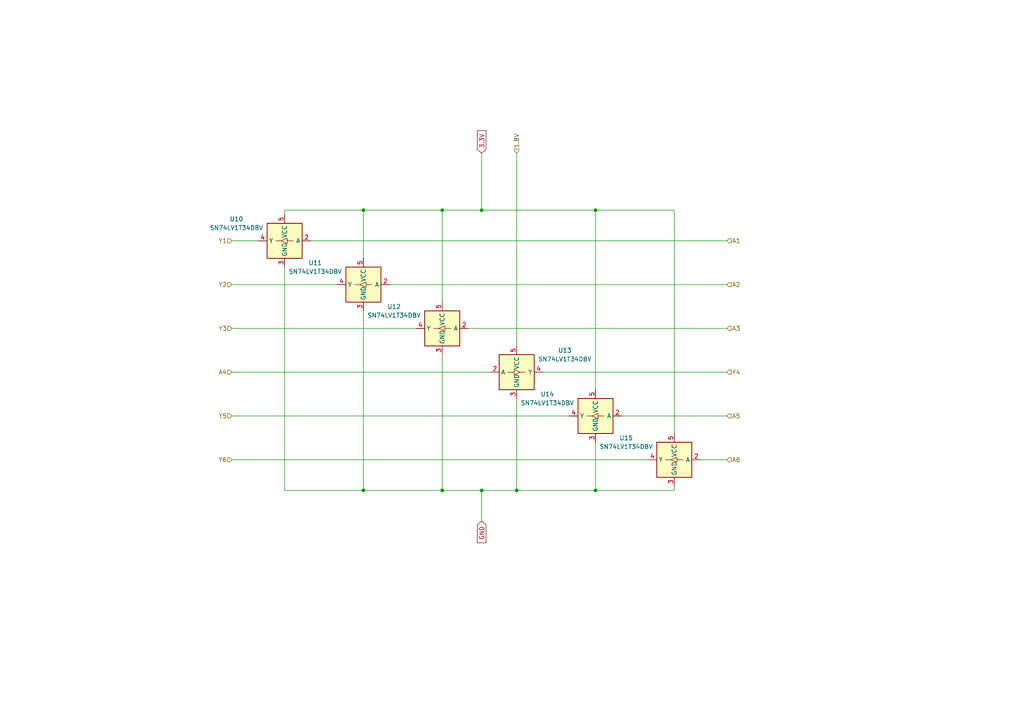
<source format=kicad_sch>
(kicad_sch (version 20231120) (generator "eeschema") (generator_version "8.0")
  (paper "A4")
  (lib_symbols
    (symbol "Logic_LevelTranslator:SN74LV1T34DBV"
      (property "Reference" "U" (at 5.08 6.35 0))
      (property "Value" "SN74LV1T34DBV" (at 5.08 3.81 0))
      (symbol "SN74LV1T34DBV_0_1"
        (rectangle (start -5.08 5.08) (end 5.08 -5.08) (stroke (width 0.254)) (fill (type background)))
        (polyline (pts (xy -0.762 0) (xy -2.54 0)))
        (polyline (pts (xy 1.016 0) (xy 2.54 0)))
      )
      (symbol "SN74LV1T34DBV_1_1"
        (polyline (pts (xy -0.762 -0.762) (xy -0.762 0.762) (xy 1.016 0) (xy -0.762 -0.762)))
        (pin no_connect line (at -5.08 2.54 0) (length 2.54) hide (name "NC") (number "1"))
        (pin input line (at -7.62 0 0) (length 2.54) (name "A") (number "2"))
        (pin power_in line (at 0 -7.62 90) (length 2.54) (name "GND") (number "3"))
        (pin output line (at 7.62 0 180) (length 2.54) (name "Y") (number "4"))
        (pin power_in line (at 0 7.62 270) (length 2.54) (name "VCC") (number "5"))
      )
    )
  )
  (junction (at 128.27 142.24))
  (junction (at 139.7 142.24))
  (junction (at 105.41 60.96))
  (junction (at 128.27 60.96))
  (junction (at 139.7 60.96))
  (junction (at 105.41 142.24))
  (junction (at 172.72 142.24))
  (junction (at 149.86 142.24))
  (junction (at 172.72 60.96))
  (wire (pts (xy 105.41 60.96) (xy 105.41 74.93)))
  (wire (pts (xy 105.41 142.24) (xy 82.55 142.24)))
  (wire (pts (xy 67.31 133.35) (xy 187.96 133.35)))
  (wire (pts (xy 82.55 142.24) (xy 82.55 77.47)))
  (wire (pts (xy 67.31 120.65) (xy 165.1 120.65)))
  (wire (pts (xy 172.72 60.96) (xy 172.72 113.03)))
  (wire (pts (xy 172.72 60.96) (xy 195.58 60.96)))
  (wire (pts (xy 105.41 90.17) (xy 105.41 142.24)))
  (wire (pts (xy 128.27 60.96) (xy 139.7 60.96)))
  (wire (pts (xy 113.03 82.55) (xy 210.82 82.55)))
  (wire (pts (xy 157.48 107.95) (xy 210.82 107.95)))
  (wire (pts (xy 82.55 62.23) (xy 82.55 60.96)))
  (wire (pts (xy 135.89 95.25) (xy 210.82 95.25)))
  (wire (pts (xy 172.72 142.24) (xy 195.58 142.24)))
  (wire (pts (xy 82.55 60.96) (xy 105.41 60.96)))
  (wire (pts (xy 149.86 142.24) (xy 172.72 142.24)))
  (wire (pts (xy 105.41 60.96) (xy 128.27 60.96)))
  (wire (pts (xy 139.7 142.24) (xy 128.27 142.24)))
  (wire (pts (xy 195.58 60.96) (xy 195.58 125.73)))
  (wire (pts (xy 149.86 44.45) (xy 149.86 100.33)))
  (wire (pts (xy 139.7 142.24) (xy 149.86 142.24)))
  (wire (pts (xy 120.65 95.25) (xy 67.31 95.25)))
  (wire (pts (xy 128.27 142.24) (xy 105.41 142.24)))
  (wire (pts (xy 180.34 120.65) (xy 210.82 120.65)))
  (wire (pts (xy 203.2 133.35) (xy 210.82 133.35)))
  (wire (pts (xy 172.72 128.27) (xy 172.72 142.24)))
  (wire (pts (xy 195.58 140.97) (xy 195.58 142.24)))
  (wire (pts (xy 67.31 107.95) (xy 142.24 107.95)))
  (wire (pts (xy 139.7 142.24) (xy 139.7 151.13)))
  (wire (pts (xy 139.7 60.96) (xy 172.72 60.96)))
  (wire (pts (xy 67.31 82.55) (xy 97.79 82.55)))
  (wire (pts (xy 128.27 60.96) (xy 128.27 87.63)))
  (wire (pts (xy 67.31 69.85) (xy 74.93 69.85)))
  (wire (pts (xy 90.17 69.85) (xy 210.82 69.85)))
  (wire (pts (xy 149.86 115.57) (xy 149.86 142.24)))
  (wire (pts (xy 139.7 44.45) (xy 139.7 60.96)))
  (wire (pts (xy 128.27 102.87) (xy 128.27 142.24)))
  (global_label "GND" (shape input) (at 139.7 151.13 270) (property "Intersheetrefs" "${INTERSHEET_REFS}" (effects (hide yes))))
  (global_label "3.3V" (shape input) (at 139.7 44.45 90) (property "Intersheetrefs" "${INTERSHEET_REFS}" (effects (hide yes))))
  (hierarchical_label "Y5" (shape input) (at 67.31 120.65 180))
  (hierarchical_label "Y2" (shape input) (at 67.31 82.55 180))
  (hierarchical_label "A6" (shape input) (at 210.82 133.35 0))
  (hierarchical_label "Y1" (shape input) (at 67.31 69.85 180))
  (hierarchical_label "A5" (shape input) (at 210.82 120.65 0))
  (hierarchical_label "1.8V" (shape input) (at 149.86 44.45 90))
  (hierarchical_label "A4" (shape input) (at 67.31 107.95 180))
  (hierarchical_label "Y4" (shape input) (at 210.82 107.95 0))
  (hierarchical_label "Y3" (shape input) (at 67.31 95.25 180))
  (hierarchical_label "A2" (shape input) (at 210.82 82.55 0))
  (hierarchical_label "A3" (shape input) (at 210.82 95.25 0))
  (hierarchical_label "Y6" (shape input) (at 67.31 133.35 180))
  (hierarchical_label "A1" (shape input) (at 210.82 69.85 0))
  (symbol (lib_id "Logic_LevelTranslator:SN74LV1T34DBV") (at 149.86 107.95 0) (unit 1)
    (property "Reference" "U13" (at 163.83 101.6314 0))
    (property "Value" "SN74LV1T34DBV" (at 163.83 104.1714 0))
    (property "Footprint" "Package_TO_SOT_SMD:SOT-23-5" (effects (hide yes)))
    (property "Datasheet" "https://www.ti.com/lit/ds/symlink/sn74lv1t34.pdf" (effects (hide yes)))
    (property "Description" "Single Power Supply, Single Buffer GATE, CMOS Logic, Level Shifter, SOT-23-5" (effects (hide yes)))
  )
  (symbol (lib_id "Logic_LevelTranslator:SN74LV1T34DBV") (at 128.27 95.25 0) (mirror y) (unit 1)
    (property "Reference" "U12" (at 114.3 88.9314 0))
    (property "Value" "SN74LV1T34DBV" (at 114.3 91.4714 0))
    (property "Footprint" "Package_TO_SOT_SMD:SOT-23-5" (effects (hide yes)))
    (property "Datasheet" "https://www.ti.com/lit/ds/symlink/sn74lv1t34.pdf" (effects (hide yes)))
    (property "Description" "Single Power Supply, Single Buffer GATE, CMOS Logic, Level Shifter, SOT-23-5" (effects (hide yes)))
  )
  (symbol (lib_id "Logic_LevelTranslator:SN74LV1T34DBV") (at 195.58 133.35 0) (mirror y) (unit 1)
    (property "Reference" "U15" (at 181.61 127.0314 0))
    (property "Value" "SN74LV1T34DBV" (at 181.61 129.5714 0))
    (property "Footprint" "Package_TO_SOT_SMD:SOT-23-5" (effects (hide yes)))
    (property "Datasheet" "https://www.ti.com/lit/ds/symlink/sn74lv1t34.pdf" (effects (hide yes)))
    (property "Description" "Single Power Supply, Single Buffer GATE, CMOS Logic, Level Shifter, SOT-23-5" (effects (hide yes)))
  )
  (symbol (lib_id "Logic_LevelTranslator:SN74LV1T34DBV") (at 82.55 69.85 0) (mirror y) (unit 1)
    (property "Reference" "U10" (at 68.58 63.5314 0))
    (property "Value" "SN74LV1T34DBV" (at 68.58 66.0714 0))
    (property "Footprint" "Package_TO_SOT_SMD:SOT-23-5" (effects (hide yes)))
    (property "Datasheet" "https://www.ti.com/lit/ds/symlink/sn74lv1t34.pdf" (effects (hide yes)))
    (property "Description" "Single Power Supply, Single Buffer GATE, CMOS Logic, Level Shifter, SOT-23-5" (effects (hide yes)))
  )
  (symbol (lib_id "Logic_LevelTranslator:SN74LV1T34DBV") (at 105.41 82.55 0) (mirror y) (unit 1)
    (property "Reference" "U11" (at 91.44 76.2314 0))
    (property "Value" "SN74LV1T34DBV" (at 91.44 78.7714 0))
    (property "Footprint" "Package_TO_SOT_SMD:SOT-23-5" (effects (hide yes)))
    (property "Datasheet" "https://www.ti.com/lit/ds/symlink/sn74lv1t34.pdf" (effects (hide yes)))
    (property "Description" "Single Power Supply, Single Buffer GATE, CMOS Logic, Level Shifter, SOT-23-5" (effects (hide yes)))
  )
  (symbol (lib_id "Logic_LevelTranslator:SN74LV1T34DBV") (at 172.72 120.65 0) (mirror y) (unit 1)
    (property "Reference" "U14" (at 158.75 114.3314 0))
    (property "Value" "SN74LV1T34DBV" (at 158.75 116.8714 0))
    (property "Footprint" "Package_TO_SOT_SMD:SOT-23-5" (effects (hide yes)))
    (property "Datasheet" "https://www.ti.com/lit/ds/symlink/sn74lv1t34.pdf" (effects (hide yes)))
    (property "Description" "Single Power Supply, Single Buffer GATE, CMOS Logic, Level Shifter, SOT-23-5" (effects (hide yes)))
  )
)
</source>
